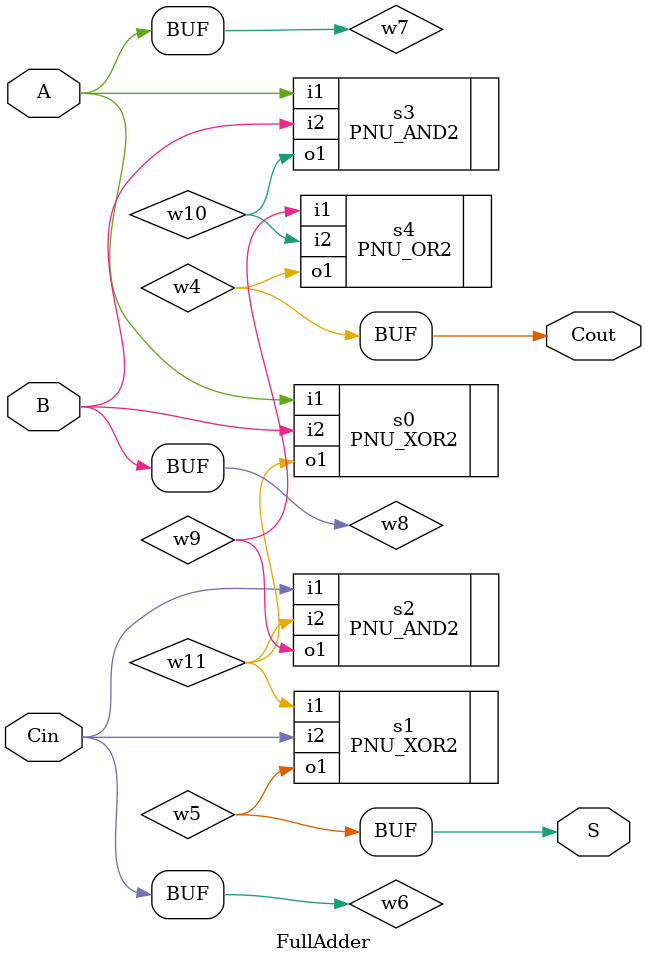
<source format=v>
module FullAdder(A,B,Cin,S,Cout);

input A;
input B;
input Cin;
output S;
output Cout;

wire  w4;
wire  w5;
wire  w6;
wire  w9;
wire  w10;
wire  w7;
wire  w8;
wire  w11;

assign w7 = A;
assign w8 = B;
assign w6 = Cin;
assign S = w5;
assign Cout = w4;

PNU_XOR2
     s0 (
      .i1(w7),
      .i2(w8),
      .o1(w11));

PNU_XOR2
     s1 (
      .o1(w5),
      .i2(w6),
      .i1(w11));

PNU_AND2
     s2 (
      .i1(w6),
      .o1(w9),
      .i2(w11));

PNU_AND2
     s3 (
      .o1(w10),
      .i1(w7),
      .i2(w8));

PNU_OR2
     s4 (
      .o1(w4),
      .i1(w9),
      .i2(w10));

endmodule


</source>
